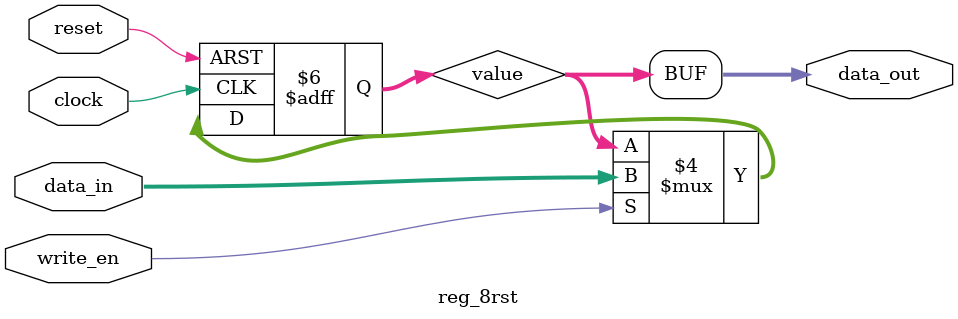
<source format=v>
`timescale 1ns / 1ps

module reg_8rst(
    input clock,
    input reset,
    input write_en,
    input [7:0] data_in,
    output [7:0] data_out
    );
    
    reg [7:0] value;
    
    assign data_out = value;
    
    always @(posedge clock or negedge reset) begin
        if (reset == 1'b0) begin
            value <= 8'b1;
        end
        else if (write_en == 1'b1) begin
            value <= data_in;
        end
    end
    
endmodule

</source>
